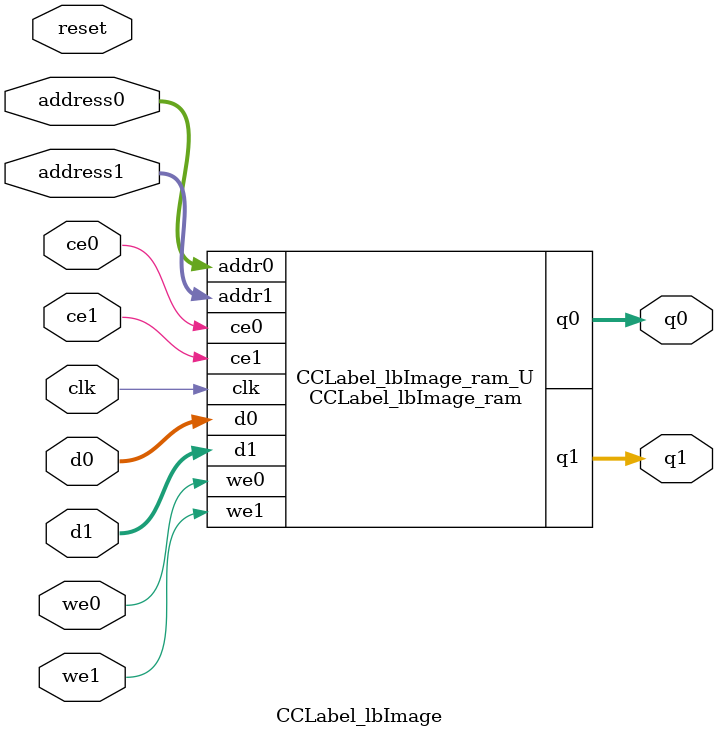
<source format=v>

`timescale 1 ns / 1 ps
module CCLabel_lbImage_ram (addr0, ce0, d0, we0, q0, addr1, ce1, d1, we1, q1,  clk);

parameter DWIDTH = 32;
parameter AWIDTH = 6;
parameter MEM_SIZE = 64;

input[AWIDTH-1:0] addr0;
input ce0;
input[DWIDTH-1:0] d0;
input we0;
output reg[DWIDTH-1:0] q0;
input[AWIDTH-1:0] addr1;
input ce1;
input[DWIDTH-1:0] d1;
input we1;
output reg[DWIDTH-1:0] q1;
input clk;

(* ram_style = "block" *)reg [DWIDTH-1:0] ram[MEM_SIZE-1:0];




always @(posedge clk)  
begin 
    if (ce0) 
    begin
        if (we0) 
        begin 
            ram[addr0] <= d0; 
            q0 <= d0;
        end 
        else 
            q0 <= ram[addr0];
    end
end


always @(posedge clk)  
begin 
    if (ce1) 
    begin
        if (we1) 
        begin 
            ram[addr1] <= d1; 
            q1 <= d1;
        end 
        else 
            q1 <= ram[addr1];
    end
end


endmodule


`timescale 1 ns / 1 ps
module CCLabel_lbImage(
    reset,
    clk,
    address0,
    ce0,
    we0,
    d0,
    q0,
    address1,
    ce1,
    we1,
    d1,
    q1);

parameter DataWidth = 32'd32;
parameter AddressRange = 32'd64;
parameter AddressWidth = 32'd6;
input reset;
input clk;
input[AddressWidth - 1:0] address0;
input ce0;
input we0;
input[DataWidth - 1:0] d0;
output[DataWidth - 1:0] q0;
input[AddressWidth - 1:0] address1;
input ce1;
input we1;
input[DataWidth - 1:0] d1;
output[DataWidth - 1:0] q1;



CCLabel_lbImage_ram CCLabel_lbImage_ram_U(
    .clk( clk ),
    .addr0( address0 ),
    .ce0( ce0 ),
    .d0( d0 ),
    .we0( we0 ),
    .q0( q0 ),
    .addr1( address1 ),
    .ce1( ce1 ),
    .d1( d1 ),
    .we1( we1 ),
    .q1( q1 ));

endmodule


</source>
